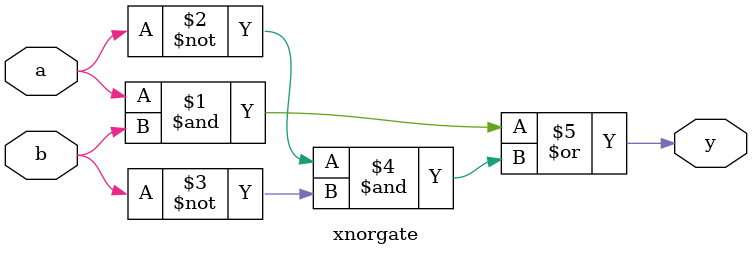
<source format=v>
module xnorgate(a,b,y);
  
  input a,b;
  output y;
  
  assign y = a&b | ~a&~b;
  
endmodule

</source>
